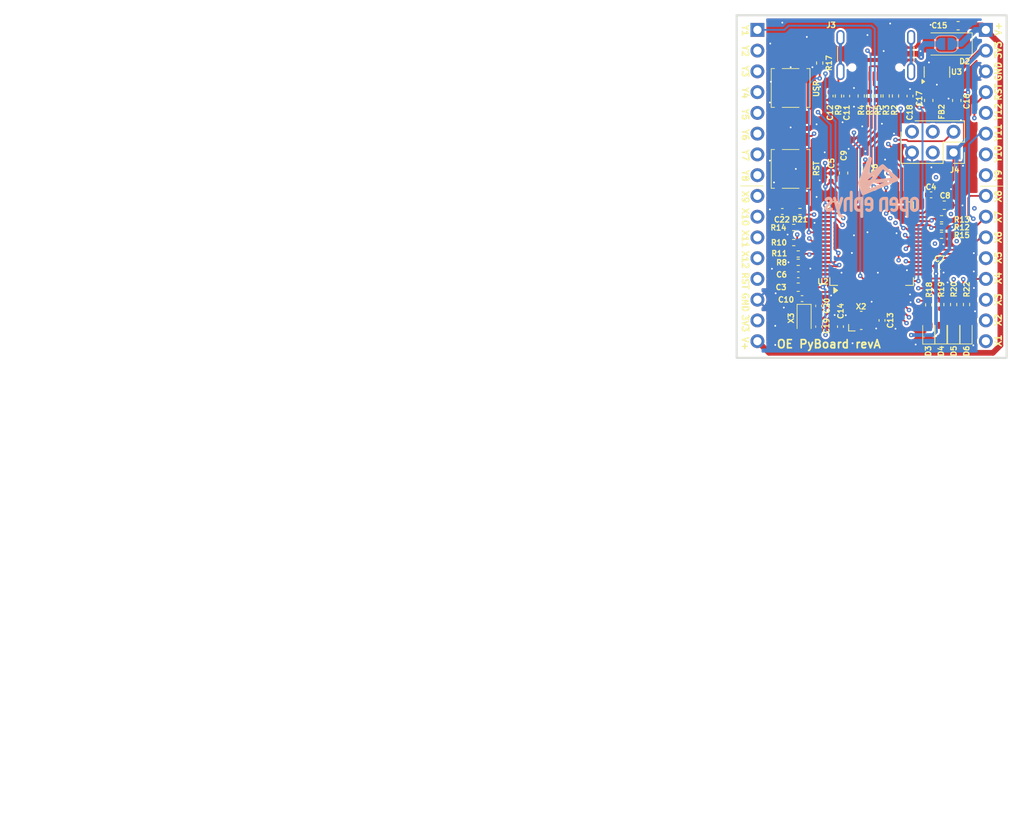
<source format=kicad_pcb>
(kicad_pcb (version 20241229) (generator "pcbnew") (generator_version "9.0")
  (layers (0 "F.Cu" signal) (4 "In1.Cu" signal) (6 "In2.Cu" signal) (2 "B.Cu" signal) (13 "F.Paste" user) (15 "B.Paste" user) (5 "F.SilkS" user "F.Silkscreen") (7 "B.SilkS" user "B.Silkscreen") (1 "F.Mask" user) (3 "B.Mask" user) (25 "Edge.Cuts" user))
  (net 0 "")
  (net 1 "/PB12-Y5")
  (net 2 "/PA9-VBUS")
  (net 3 "/PC13-X18")
  (net 4 "/PB14-Y7")
  (net 5 "Net-(U2-VCAP_1)")
  (net 6 "/PB1-Y12")
  (net 7 "/PB9-Y4")
  (net 8 "/PA7-X8")
  (net 9 "/PC3-X22")
  (net 10 "/PA0-X1")
  (net 11 "/N1")
  (net 12 "/PB13-Y6")
  (net 13 "/PB5-MMA_AVDD")
  (net 14 "/PB7-SDA-X10")
  (net 15 "/PC11-SDIO_D3")
  (net 16 "/PC9-SDIO_D1")
  (net 17 "/PB11-Y10")
  (net 18 "Net-(U2-VCAP_2)")
  (net 19 "/PA1-X2")
  (net 20 "/PA4-X5")
  (net 21 "/PA3-X4")
  (net 22 "/N4")
  (net 23 "/PC4-X11")
  (net 24 "/PC6-Y1")
  (net 25 "/PB15-Y8")
  (net 26 "/PA8-SDIO_SW")
  (net 27 "/PA5-X6")
  (net 28 "/PA2-X3")
  (net 29 "/PA10-ID")
  (net 30 "/PC1-X20")
  (net 31 "/N3")
  (net 32 "/PB0-Y11")
  (net 33 "/VDDA")
  (net 34 "/PC8-SDIO_D0")
  (net 35 "/PC2-X21")
  (net 36 "/PB6-SCL-X9")
  (net 37 "/PC12-SDIO_CK")
  (net 38 "/PC5-X12")
  (net 39 "/PA6-X7")
  (net 40 "/PC0-X19")
  (net 41 "/RST-SW")
  (net 42 "/PB8-Y3")
  (net 43 "/PC10-SDIO_D2")
  (net 44 "/PC7-Y2")
  (net 45 "/PB10-Y9")
  (net 46 "GND")
  (net 47 "V+")
  (net 48 "+3V3")
  (net 49 "/R")
  (net 50 "/G")
  (net 51 "/Y")
  (net 52 "VBUS")
  (net 53 "VBAT")
  (net 54 "/B")
  (net 55 "Net-(J3-SHIELD)")
  (net 56 "/USR-SW")
  (net 57 "/PB2-BOOT1-MMA-INT")
  (net 58 "/BOOT0")
  (net 60 "/CC1")
  (net 62 "/CC2")
  (net 63 "/D-")
  (net 64 "/D+")
  (net 65 "/PD2-SDIO_CMD")
  (net 66 "/N2")
  (net 67 "/PA14-JTCK")
  (net 68 "/PB6-JTDO")
  (net 69 "/PB4-NJTRST")
  (net 70 "/PA15-JTDI")
  (net 71 "/USB_P")
  (net 72 "/USB_N")
  (net 73 "/PA13-TMS")
  (net 74 "/PB3-SW1")
  (footprint "LED_SMD:LED_0603_1608Metric" (layer "F.Cu") (at 153.543 132.969 90)
    (property "Reference" "D6")
    (property "Value" "LED-BLUE")
  )
  (footprint "Capacitor_SMD:C_0402_1005Metric" (layer "F.Cu") (at 135.509 129.792 90)
    (property "Reference" "C20")
    (property "Value" "12pF")
  )
  (footprint "Resistor_SMD:R_0402_1005Metric" (layer "F.Cu") (at 132.458991 120.197838 180)
    (property "Reference" "R14")
    (property "Value" "100k")
  )
  (footprint "Capacitor_SMD:C_0402_1005Metric" (layer "F.Cu") (at 138.938 104.112 -90)
    (property "Reference" "C11")
    (property "Value" "4.7nF")
  )
  (footprint "Connector_USB:USB_C_Receptacle_GCT_USB4105-xx-A_16P_TopMnt_Horizontal" (layer "F.Cu") (at 142.494 98.006 180)
    (property "Reference" "J3")
    (property "Value" "USB4105-GF-A")
  )
  (footprint "Resistor_SMD:R_0402_1005Metric" (layer "F.Cu") (at 140.716 104.102 -90)
    (property "Reference" "R4")
    (property "Value" "5.1k")
  )
  (footprint "Crystal:Crystal_SMD_2012-2Pin_2.0x1.2mm_HandSoldering" (layer "F.Cu") (at 133.731 131.316 -90)
    (property "Reference" "X3")
    (property "Value" "32.768 kHz")
  )
  (footprint "Capacitor_SMD:C_0603_1608Metric" (layer "F.Cu") (at 138.557 113.536 90)
    (property "Reference" "C9")
    (property "Value" "2.2uF")
  )
  (footprint "Resistor_SMD:R_0402_1005Metric" (layer "F.Cu") (at 141.224 113.028 -90)
    (property "Reference" "R6")
    (property "Value" "100k")
  )
  (footprint "Resistor_SMD:R_0402_1005Metric" (layer "F.Cu") (at 150.535 120.14 180)
    (property "Reference" "R12")
    (property "Value" "4k7")
  )
  (footprint "Inductor_SMD:L_0402_1005Metric" (layer "F.Cu") (at 150.495 104.14 -90)
    (property "Reference" "FB2")
    (property "Value" "1k@100MHz")
  )
  (footprint "Resistor_SMD:R_0402_1005Metric" (layer "F.Cu") (at 150.535 121.156)
    (property "Reference" "R15")
    (property "Value" "100k")
  )
  (footprint "Resistor_SMD:R_0402_1005Metric" (layer "F.Cu") (at 150.4442 129.627 -90)
    (property "Reference" "R19")
    (property "Value" "560R")
  )
  (footprint "Resistor_SMD:R_0402_1005Metric" (layer "F.Cu") (at 152.019 129.627 -90)
    (property "Reference" "R20")
    (property "Value" "560R")
  )
  (footprint "Capacitor_SMD:C_0603_1608Metric" (layer "F.Cu") (at 152.5654 95.504 180)
    (property "Reference" "C15")
    (property "Value" "2.2uF")
  )
  (footprint "LED_SMD:LED_0603_1608Metric" (layer "F.Cu") (at 148.971 132.9798 90)
    (property "Reference" "D3")
    (property "Value" "LED-RED")
  )
  (footprint "Resistor_SMD:R_0402_1005Metric" (layer "F.Cu") (at 150.535 119.124 180)
    (property "Reference" "R13")
    (property "Value" "4k7")
  )
  (footprint "Connector_PinHeader_2.54mm:PinHeader_1x16_P2.54mm_Vertical" (layer "F.Cu") (at 128.016 96.012)
    (property "Reference" "J6" (hide yes))
    (property "Value" "Conn_01x08")
  )
  (footprint "Capacitor_SMD:C_0603_1608Metric" (layer "F.Cu") (at 150.876 117.473)
    (property "Reference" "C8")
    (property "Value" "2.2uF")
  )
  (footprint "Resistor_SMD:R_0402_1005Metric" (layer "F.Cu") (at 153.5938 129.627 -90)
    (property "Reference" "R22")
    (property "Value" "270R")
  )
  (footprint "Resistor_SMD:R_0402_1005Metric" (layer "F.Cu") (at 135.636 100.074 90)
    (property "Reference" "R17")
    (property "Value" "4k7")
  )
  (footprint "Resistor_SMD:R_0402_1005Metric" (layer "F.Cu") (at 141.732 104.102 90)
    (property "Reference" "R7")
    (property "Value" "27R")
  )
  (footprint "Capacitor_SMD:C_0402_1005Metric" (layer "F.Cu") (at 149.265 116.203)
    (property "Reference" "C4")
    (property "Value" "100nF")
  )
  (footprint "Diode_SMD:D_SOD-128" (layer "F.Cu") (at 151.13 97.7392 180)
    (property "Reference" "D2")
    (property "Value" "SM5817PL")
  )
  (footprint "Crystal:Crystal_SMD_Abracon_ABM10-4Pin_2.5x2.0mm" (layer "F.Cu") (at 140.716 131.57 90)
    (property "Reference" "X2")
    (property "Value" "12 MHz")
  )
  (footprint "Capacitor_SMD:C_0603_1608Metric" (layer "F.Cu") (at 152.4 104.648 -90)
    (property "Reference" "C16")
    (property "Value" "4.7uF")
  )
  (footprint "Connector_PinSocket_2.54mm:PinSocket_2x03_P2.54mm_Vertical" (layer "F.Cu") (at 152.004 111.018 -90)
    (property "Reference" "J4")
    (property "Value" "Conn_02x03_Odd_Even")
  )
  (footprint "Capacitor_SMD:C_0402_1005Metric" (layer "F.Cu") (at 138.176 132.332 -90)
    (property "Reference" "C14")
    (property "Value" "12pF")
  )
  (footprint "Resistor_SMD:R_0402_1005Metric" (layer "F.Cu") (at 133.009 123.442)
    (property "Reference" "R11")
    (property "Value" "4k7")
  )
  (footprint "LED_SMD:LED_0603_1608Metric" (layer "F.Cu") (at 150.4562 132.969 90)
    (property "Reference" "D4")
    (property "Value" "LED-GREEN")
  )
  (footprint "Capacitor_SMD:C_0402_1005Metric" (layer "F.Cu") (at 150.281 124.966)
    (property "Reference" "C7")
    (property "Value" "100nF")
  )
  (footprint "Button_Switch_SMD:SW_SPST_TL3305B" (layer "F.Cu") (at 132.08 113.028 -90)
    (property "Reference" "RST2" (hide yes))
    (property "Value" "SW_SPST")
  )
  (footprint "Capacitor_SMD:C_0402_1005Metric" (layer "F.Cu") (at 131.064 118.237 180)
    (property "Reference" "C22")
    (property "Value" "100nF")
  )
  (footprint "Capacitor_SMD:C_0603_1608Metric" (layer "F.Cu") (at 133.009 127.506 180)
    (property "Reference" "C3")
    (property "Value" "4.7uF")
  )
  (footprint "Capacitor_SMD:C_0402_1005Metric" (layer "F.Cu") (at 136.906 104.112 90)
    (property "Reference" "C12")
    (property "Value" "100nF")
  )
  (footprint "Resistor_SMD:R_0402_1005Metric" (layer "F.Cu") (at 133.223 118.237)
    (property "Reference" "R21")
    (property "Value" "4k7")
  )
  (footprint "Capacitor_SMD:C_0402_1005Metric" (layer "F.Cu") (at 143.256 131.57 -90)
    (property "Reference" "C13")
    (property "Value" "12pF")
  )
  (footprint "Package_QFP:LQFP-64_10x10mm_P0.5mm" (layer "F.Cu") (at 141.986 122.172 90)
    (property "Reference" "U2")
    (property "Value" "STM32F405RGT6")
  )
  (footprint "Resistor_SMD:R_0402_1005Metric" (layer "F.Cu") (at 133.009 124.458 180)
    (property "Reference" "R8")
    (property "Value" "10k")
  )
  (footprint "Resistor_SMD:R_0402_1005Metric" (layer "F.Cu") (at 137.922 104.112 90)
    (property "Reference" "R9")
    (property "Value" "1M")
  )
  (footprint "Capacitor_SMD:C_0603_1608Metric" (layer "F.Cu") (at 148.971 104.648 90)
    (property "Reference" "C17")
    (property "Value" "4.7uF")
  )
  (footprint "Resistor_SMD:R_0402_1005Metric" (layer "F.Cu") (at 143.764 104.102 -90)
    (property "Reference" "R3")
    (property "Value" "5.1k")
  )
  (footprint "Connector_PinHeader_2.54mm:PinHeader_1x16_P2.54mm_Vertical" (layer "F.Cu") (at 155.956 96.012)
    (property "Reference" "J7" (hide yes))
    (property "Value" "Conn_01x08")
  )
  (footprint "Resistor_SMD:R_0402_1005Metric" (layer "F.Cu") (at 132.461 122.045)
    (property "Reference" "R10")
    (property "Value" "4k7")
  )
  (footprint "Package_TO_SOT_SMD:SOT-23" (layer "F.Cu") (at 149.9768 101.1705 90)
    (property "Reference" "U3")
    (property "Value" "MCP1700T")
  )
  (footprint "LED_SMD:LED_0603_1608Metric" (layer "F.Cu") (at 152.019 132.969 90)
    (property "Reference" "D5")
    (property "Value" "LED-YELLOW")
  )
  (footprint "Button_Switch_SMD:SW_SPST_TL3305B" (layer "F.Cu") (at 132.08 103.122 -90)
    (property "Reference" "USR2" (hide yes))
    (property "Value" "SW_SPST")
  )
  (footprint "Resistor_SMD:R_0402_1005Metric" (layer "F.Cu") (at 144.907 104.102 90)
    (property "Reference" "R2")
    (property "Value" "560R")
  )
  (footprint "Capacitor_SMD:C_0402_1005Metric" (layer "F.Cu") (at 133.009 125.982 180)
    (property "Reference" "C6")
    (property "Value" "100nF")
  )
  (footprint "Capacitor_SMD:C_0402_1005Metric" (layer "F.Cu") (at 146.679178 104.113471 90)
    (property "Reference" "C18")
    (property "Value" "100nF")
  )
  (footprint "Resistor_SMD:R_0402_1005Metric" (layer "F.Cu") (at 148.971 129.669 -90)
    (property "Reference" "R18")
    (property "Value" "560R")
  )
  (footprint "Capacitor_SMD:C_0402_1005Metric" (layer "F.Cu") (at 133.477 128.903 180)
    (property "Reference" "C10")
    (property "Value" "100nF")
  )
  (footprint "Capacitor_SMD:C_0402_1005Metric" (layer "F.Cu") (at 135.509 132.332 -90)
    (property "Reference" "C19")
    (property "Value" "12pF")
  )
  (footprint "Resistor_SMD:R_0402_1005Metric" (layer "F.Cu") (at 142.748 104.102 90)
    (property "Reference" "R5")
    (property "Value" "27R")
  )
  (footprint "Capacitor_SMD:C_0402_1005Metric" (layer "F.Cu") (at 137.033 114.044 90)
    (property "Reference" "C5")
    (property "Value" "100nF")
  )
  (footprint "Jumper:SolderJumper-2_P1.3mm_Open_RoundedPad1.0x1.5mm" (layer "B.Cu") (at 151.13 97.7392)
    (property "Reference" "JP2" (hide yes))
    (property "Value" "0R" (hide yes))
  )
  (footprint "OE PyBoard FootprintLib:OEPS Logo" (layer "B.Cu") (at 141.986 115.2652 180)
    (property "Reference" "REF**" (hide yes))
    (property "Value" "OEPS Logo" (hide yes))
  )
  (gr_line (start 155.2956 115.1382) (end 158.0388 115.1382) (stroke (width 0.1)) (layer "F.SilkS"))
  (gr_line (start 125.984 115.112) (end 128.7272 115.112) (stroke (width 0.1)) (layer "F.SilkS"))
  (gr_rect (start 125.476 94.232) (end 158.496 136.142) (stroke (width 0.23)) (fill no) (layer "Edge.Cuts"))
  (gr_text "GND" (at 157.9372 102.3874 90) (layer "F.SilkS") (effects (font (size 0.762 0.762) (thickness 0.1778) (bold yes)) (justify left bottom)))
  (gr_text "Y3" (at 126.0856 100.2784 270) (layer "F.SilkS") (effects (font (size 0.762 0.762) (thickness 0.1778) (bold yes)) (justify left bottom)))
  (gr_text "X1" (at 157.9372 134.8994 90) (layer "F.SilkS") (effects (font (size 0.762 0.762) (thickness 0.1778) (bold yes)) (justify left bottom)))
  (gr_text "X8" (at 157.9372 117.234885 90) (layer "F.SilkS") (effects (font (size 0.762 0.762) (thickness 0.1778) (bold yes)) (justify left bottom)))
  (gr_text "Y10" (at 157.9372 112.3442 90) (layer "F.SilkS") (effects (font (size 0.762 0.762) (thickness 0.1778) (bold yes)) (justify left bottom)))
  (gr_text "Y2" (at 126.0856 97.7892 270) (layer "F.SilkS") (effects (font (size 0.762 0.762) (thickness 0.1778) (bold yes)) (justify left bottom)))
  (gr_text "X11" (at 126.0856 120.3952 270) (layer "F.SilkS") (effects (font (size 0.762 0.762) (thickness 0.1778) (bold yes)) (justify left bottom)))
  (gr_text "Y11" (at 157.9372 109.7534 90) (layer "F.SilkS") (effects (font (size 0.762 0.762) (thickness 0.1778) (bold yes)) (justify left bottom)))
  (gr_text "Y8" (at 126.0856 113.054826 270) (layer "F.SilkS") (effects (font (size 0.762 0.762) (thickness 0.1778) (bold yes)) (justify left bottom)))
  (gr_text "3V3" (at 126.0856 130.7584 270) (layer "F.SilkS") (effects (font (size 0.762 0.762) (thickness 0.1778) (bold yes)) (justify left bottom)))
  (gr_text "RST" (at 135.61114 113.97714 90) (layer "F.SilkS") (effects (font (size 0.66 0.66)) (justify left bottom)))
  (gr_text "X3" (at 157.9372 129.8702 90) (layer "F.SilkS") (effects (font (size 0.762 0.762) (thickness 0.1778) (bold yes)) (justify left bottom)))
  (gr_text "V+" (at 126.0856 133.5016 270) (layer "F.SilkS") (effects (font (size 0.762 0.762) (thickness 0.1778) (bold yes)) (justify left bottom)))
  (gr_text "Y4" (at 126.0856 102.92 270) (layer "F.SilkS") (effects (font (size 0.762 0.762) (thickness 0.1778) (bold yes)) (justify left bottom)))
  (gr_text "Y7" (at 126.0856 110.554708 270) (layer "F.SilkS") (effects (font (size 0.762 0.762) (thickness 0.1778) (bold yes)) (justify left bottom)))
  (gr_text "Y6" (at 126.0856 108.05459 270) (layer "F.SilkS") (effects (font (size 0.762 0.762) (thickness 0.1778) (bold yes)) (justify left bottom)))
  (gr_text "X7" (at 157.9372 119.736616 90) (layer "F.SilkS") (effects (font (size 0.762 0.762) (thickness 0.1778) (bold yes)) (justify left bottom)))
  (gr_text "X6" (at 157.9372 122.238347 90) (layer "F.SilkS") (effects (font (size 0.762 0.762) (thickness 0.1778) (bold yes)) (justify left bottom)))
  (gr_text "OE PyBoard revA" (at 136.7536 134.4676 0) (layer "F.SilkS") (effects (font (size 1 1) (thickness 0.2032) (bold yes))))
  (gr_text "Y9" (at 157.9372 114.6302 90) (layer "F.SilkS") (effects (font (size 0.762 0.762) (thickness 0.1778) (bold yes)) (justify left bottom)))
  (gr_text "Y1" (at 126.0856 95.3 270) (layer "F.SilkS") (effects (font (size 0.762 0.762) (thickness 0.1778) (bold yes)) (justify left bottom)))
  (gr_text "USR" (at 135.60909 104.306307 90) (layer "F.SilkS") (effects (font (size 0.66 0.66)) (justify left bottom)))
  (gr_text "RST" (at 157.9372 104.775 90) (layer "F.SilkS") (effects (font (size 0.762 0.762) (thickness 0.1778) (bold yes)) (justify left bottom)))
  (gr_text "X4" (at 157.9372 127.241808 90) (layer "F.SilkS") (effects (font (size 0.762 0.762) (thickness 0.1778) (bold yes)) (justify left bottom)))
  (gr_text "X2" (at 157.9372 132.3594 90) (layer "F.SilkS") (effects (font (size 0.762 0.762) (thickness 0.1778) (bold yes)) (justify left bottom)))
  (gr_text "X10" (at 126.0856 117.7028 270) (layer "F.SilkS") (effects (font (size 0.762 0.762) (thickness 0.1778) (bold yes)) (justify left bottom)))
  (gr_text "X5" (at 157.9372 124.740077 90) (layer "F.SilkS") (effects (font (size 0.762 0.762) (thickness 0.1778) (bold yes)) (justify left bottom)))
  (gr_text "V+" (at 157.9372 96.7994 90) (layer "F.SilkS") (effects (font (size 0.762 0.762) (thickness 0.1778) (bold yes)) (justify left bottom)))
  (gr_text "Y5" (at 126.0856 105.554472 270) (layer "F.SilkS") (effects (font (size 0.762 0.762) (thickness 0.1778) (bold yes)) (justify left bottom)))
  (gr_text "X9" (at 126.0856 115.62 270) (layer "F.SilkS") (effects (font (size 0.762 0.762) (thickness 0.1778) (bold yes)) (justify left bottom)))
  (gr_text "GND" (at 126.0856 128.066 270) (layer "F.SilkS") (effects (font (size 0.762 0.762) (thickness 0.1778) (bold yes)) (justify left bottom)))
  (gr_text "X12" (at 126.0856 122.9352 270) (layer "F.SilkS") (effects (font (size 0.762 0.762) (thickness 0.1778) (bold yes)) (justify left bottom)))
  (gr_text "3V3" (at 157.9372 99.6442 90) (layer "F.SilkS") (effects (font (size 0.762 0.762) (thickness 0.1778) (bold yes)) (justify left bottom)))
  (gr_text "RST" (at 126.0856 125.5768 270) (layer "F.SilkS") (effects (font (size 0.762 0.762) (thickness 0.1778) (bold yes)) (justify left bottom)))
  (gr_text "Y12" (at 157.9372 107.2134 90) (layer "F.SilkS") (effects (font (size 0.762 0.762) (thickness 0.1778) (bold yes)) (justify left bottom)))
  (segment (start 145.736 112.97) (end 145.736 116.497) (width 0.22) (layer "F.Cu") (net 1))
  (segment (start 144.399 111.633) (end 145.736 112.97) (width 0.22) (layer "F.Cu") (net 1))
  (segment (start 144.018 109.98) (end 144.399 110.361) (width 0.22) (layer "F.Cu") (net 1))
  (segment (start 144.399 110.361) (end 144.399 111.633) (width 0.22) (layer "F.Cu") (net 1))
  (via (at 144.018 109.98) (size 0.55) (drill 0.22) (layers "F.Cu" "B.Cu") (net 1))
  (segment (start 141.236 114.794) (end 141.236 116.497) (width 0.22) (layer "F.Cu") (net 2))
  (segment (start 144.526 107.823) (end 141.986 110.363) (width 0.22) (layer "F.Cu") (net 2))
  (segment (start 141.986 114.044) (end 141.236 114.794) (width 0.22) (layer "F.Cu") (net 2))
  (segment (start 141.986 110.363) (end 141.986 114.044) (width 0.22) (layer "F.Cu") (net 2))
  (segment (start 144.907 104.65) (end 144.526 105.031) (width 0.22) (layer "F.Cu") (net 2))
  (segment (start 144.526 105.031) (end 144.526 107.823) (width 0.22) (layer "F.Cu") (net 2))
  (segment (start 144.736 114.889) (end 144.736 116.497) (width 0.22) (layer "F.Cu") (net 4))
  (segment (start 144.399 114.552) (end 144.736 114.889) (width 0.22) (layer "F.Cu") (net 4))
  (segment (start 144.018 114.552) (end 144.399 114.552) (width 0.22) (layer "F.Cu") (net 4))
  (via (at 144.018 114.552) (size 0.55) (drill 0.22) (layers "F.Cu" "B.Cu") (net 4))
  (segment (start 148.792 118.922) (end 147.661 118.922) (width 0.22) (layer "F.Cu") (net 5))
  (segment (start 150.101 117.613) (end 148.792 118.922) (width 0.22) (layer "F.Cu") (net 5))
  (segment (start 146.806 120.922) (end 146.151 120.267) (width 0.22) (layer "F.Cu") (net 6))
  (segment (start 146.151 120.267) (end 145.871 120.267) (width 0.22) (layer "F.Cu") (net 6))
  (segment (start 147.661 120.922) (end 146.806 120.922) (width 0.22) (layer "F.Cu") (net 6))
  (via (at 145.542 105.664) (size 0.55) (drill 0.22) (layers "F.Cu" "B.Cu") (net 6))
  (via (at 145.871 120.267) (size 0.55) (drill 0.22) (layers "F.Cu" "B.Cu") (net 6))
  (segment (start 145.542 105.664) (end 145.542 119.938) (width 0.22) (layer "B.Cu") (net 6))
  (segment (start 145.542 119.938) (end 145.871 120.267) (width 0.22) (layer "B.Cu") (net 6))
  (segment (start 137.858415 124.95321) (end 137.65521 124.95321) (width 0.22) (layer "F.Cu") (net 7))
  (segment (start 137.65521 124.95321) (end 137.624 124.922) (width 0.22) (layer "F.Cu") (net 7))
  (segment (start 137.624 124.922) (end 136.311 124.922) (width 0.22) (layer "F.Cu") (net 7))
  (segment (start 138.0236 124.788025) (end 137.858415 124.95321) (width 0.22) (layer "F.Cu") (net 7))
  (via (at 135.424 106.085) (size 0.55) (drill 0.22) (layers "F.Cu" "B.Cu") (net 7))
  (via (at 138.0236 124.788025) (size 0.55) (drill 0.22) (layers "F.Cu" "B.Cu") (net 7))
  (segment (start 137.490025 124.788025) (end 136.993 124.291) (width 0.22) (layer "B.Cu") (net 7))
  (segment (start 138.0236 124.788025) (end 137.490025 124.788025) (width 0.22) (layer "B.Cu") (net 7))
  (segment (start 136.993 107.654) (end 135.424 106.085) (width 0.22) (layer "B.Cu") (net 7))
  (segment (start 136.993 124.291) (end 136.993 107.654) (width 0.22) (layer "B.Cu") (net 7))
  (segment (start 154.053 116.33) (end 155.956 116.33) (width 0.21) (layer "F.Cu") (net 8))
  (segment (start 153.797 121.283) (end 153.797 116.586) (width 0.21) (layer "F.Cu") (net 8))
  (segment (start 147.661 122.922) (end 152.158 122.922) (width 0.22) (layer "F.Cu") (net 8))
  (segment (start 153.797 116.586) (end 154.053 116.33) (width 0.21) (layer "F.Cu") (net 8))
  (segment (start 152.158 122.922) (end 153.797 121.283) (width 0.21) (layer "F.Cu") (net 8))
  (segment (start 144.736 130.383) (end 144.736 127.847) (width 0.22) (layer "F.Cu") (net 10))
  (segment (start 146.255481 131.902481) (end 144.736 130.383) (width 0.22) (layer "F.Cu") (net 10))
  (via (at 146.255481 131.902481) (size 0.55) (drill 0.22) (layers "F.Cu" "B.Cu") (net 10))
  (segment (start 136.299 130.272) (end 137.414 129.157) (width 0.22) (layer "F.Cu") (net 11))
  (segment (start 135.509 130.272) (end 136.299 130.272) (width 0.22) (layer "F.Cu") (net 11))
  (segment (start 137.414 129.157) (end 138.938 129.157) (width 0.22) (layer "F.Cu") (net 11))
  (segment (start 139.236 128.859) (end 139.236 127.847) (width 0.22) (layer "F.Cu") (net 11))
  (segment (start 138.938 129.157) (end 139.236 128.859) (width 0.22) (layer "F.Cu") (net 11))
  (segment (start 134.104 130.272) (end 135.509 130.272) (width 0.22) (layer "F.Cu") (net 11))
  (segment (start 144.018 113.536) (end 145.236 114.754) (width 0.22) (layer "F.Cu") (net 12))
  (segment (start 145.236 114.754) (end 145.236 116.497) (width 0.22) (layer "F.Cu") (net 12))
  (via (at 144.018 113.536) (size 0.55) (drill 0.22) (layers "F.Cu" "B.Cu") (net 12))
  (segment (start 134.235 122.422) (end 136.311 122.422) (width 0.22) (layer "F.Cu") (net 13))
  (segment (start 132.968991 120.197838) (end 133.731 120.959847) (width 0.22) (layer "F.Cu") (net 13))
  (segment (start 133.731 121.918) (end 134.235 122.422) (width 0.22) (layer "F.Cu") (net 13))
  (segment (start 133.731 120.959847) (end 133.731 121.918) (width 0.22) (layer "F.Cu") (net 13))
  (segment (start 136.311 123.422) (end 133.539 123.422) (width 0.22) (layer "F.Cu") (net 14))
  (via (at 134.366 123.507) (size 0.55) (drill 0.22) (layers "F.Cu" "B.Cu") (net 14))
  (segment (start 150.025 119.124) (end 149.512454 119.124) (width 0.22) (layer "F.Cu") (net 17))
  (segment (start 149.214454 119.422) (end 147.661 119.422) (width 0.22) (layer "F.Cu") (net 17))
  (segment (start 149.512454 119.124) (end 149.214454 119.422) (width 0.22) (layer "F.Cu") (net 17))
  (via (at 154.559 117.856) (size 0.55) (drill 0.22) (layers "F.Cu" "B.Cu") (net 17))
  (via (at 149.315961 119.320493) (size 0.55) (drill 0.22) (layers "F.Cu" "B.Cu") (net 17))
  (segment (start 138.736 116.497) (end 138.736 114.49) (width 0.22) (layer "F.Cu") (net 18))
  (segment (start 145.236 129.867) (end 145.236 127.847) (width 0.22) (layer "F.Cu") (net 19))
  (segment (start 146.558 131.189) (end 145.236 129.867) (width 0.22) (layer "F.Cu") (net 19))
  (via (at 146.558 131.189) (size 0.55) (drill 0.22) (layers "F.Cu" "B.Cu") (net 19))
  (segment (start 146.268 124.422) (end 146.177 124.331) (width 0.22) (layer "F.Cu") (net 20))
  (segment (start 147.661 124.422) (end 146.268 124.422) (width 0.22) (layer "F.Cu") (net 20))
  (via (at 146.177 124.331) (size 0.55) (drill 0.22) (layers "F.Cu" "B.Cu") (net 20))
  (segment (start 149.301 126.441) (end 150.884 126.441) (width 0.22) (layer "F.Cu") (net 21))
  (segment (start 151.45 125.875) (end 153.8 125.875) (width 0.22) (layer "F.Cu") (net 21))
  (segment (start 154.433 126.492) (end 155.956 126.492) (width 0.22) (layer "F.Cu") (net 21))
  (segment (start 153.8 125.875) (end 154.425 126.5) (width 0.22) (layer "F.Cu") (net 21))
  (segment (start 154.425 126.5) (end 154.433 126.492) (width 0.22) (layer "F.Cu") (net 21))
  (segment (start 150.884 126.441) (end 151.45 125.875) (width 0.22) (layer "F.Cu") (net 21))
  (segment (start 147.661 125.922) (end 148.782 125.922) (width 0.22) (layer "F.Cu") (net 21))
  (segment (start 148.782 125.922) (end 149.301 126.441) (width 0.22) (layer "F.Cu") (net 21))
  (segment (start 140.736 129.812) (end 140.97 130.046) (width 0.22) (layer "F.Cu") (net 22))
  (segment (start 143.002 130.046) (end 143.256 130.3) (width 0.22) (layer "F.Cu") (net 22))
  (segment (start 143.256 130.3) (end 143.256 131.09) (width 0.22) (layer "F.Cu") (net 22))
  (segment (start 140.97 130.046) (end 143.002 130.046) (width 0.22) (layer "F.Cu") (net 22))
  (segment (start 140.736 127.847) (end 140.736 129.812) (width 0.22) (layer "F.Cu") (net 22))
  (segment (start 143.256 131.09) (end 141.686 131.09) (width 0.22) (layer "F.Cu") (net 22))
  (segment (start 146.177 122.807) (end 146.562 122.422) (width 0.22) (layer "F.Cu") (net 23))
  (segment (start 146.562 122.422) (end 147.661 122.422) (width 0.22) (layer "F.Cu") (net 23))
  (via (at 146.177 122.807) (size 0.55) (drill 0.22) (layers "F.Cu" "B.Cu") (net 23))
  (segment (start 143.736 116.497) (end 143.736 115.342) (width 0.22) (layer "F.Cu") (net 24))
  (segment (start 143.736 115.342) (end 143.764 115.314) (width 0.22) (layer "F.Cu") (net 24))
  (via (at 143.764 115.314) (size 0.55) (drill 0.22) (layers "F.Cu" "B.Cu") (net 24))
  (segment (start 142.367 113.917) (end 142.367 95.885) (width 0.22) (layer "B.Cu") (net 24))
  (segment (start 131.824 95.504) (end 131.318 96.01) (width 0.22) (layer "B.Cu") (net 24))
  (segment (start 141.986 95.504) (end 131.824 95.504) (width 0.22) (layer "B.Cu") (net 24))
  (segment (start 142.367 95.885) (end 141.986 95.504) (width 0.22) (layer "B.Cu") (net 24))
  (segment (start 143.764 115.314) (end 142.367 113.917) (width 0.22) (layer "B.Cu") (net 24))
  (segment (start 131.318 96.01) (end 128.016 96.01) (width 0.22) (layer "B.Cu") (net 24))
  (segment (start 144.236 118.017) (end 144.236 116.497) (width 0.22) (layer "F.Cu") (net 25))
  (segment (start 143.764 118.489) (end 144.236 118.017) (width 0.22) (layer "F.Cu") (net 25))
  (via (at 143.764 118.489) (size 0.55) (drill 0.22) (layers "F.Cu" "B.Cu") (net 25))
  (segment (start 152.811 123.922) (end 155.323 121.41) (width 0.22) (layer "F.Cu") (net 27))
  (segment (start 147.661 123.922) (end 152.811 123.922) (width 0.22) (layer "F.Cu") (net 27))
  (segment (start 146.558 130.3) (end 145.736 129.478) (width 0.22) (layer "F.Cu") (net 28))
  (segment (start 145.736 129.478) (end 145.736 127.847) (width 0.22) (layer "F.Cu") (net 28))
  (via (at 146.558 130.3) (size 0.55) (drill 0.22) (layers "F.Cu" "B.Cu") (net 28))
  (segment (start 140.775 114.493) (end 141.224 114.044) (width 0.22) (layer "F.Cu") (net 29))
  (segment (start 141.224 114.044) (end 141.224 113.538) (width 0.22) (layer "F.Cu") (net 29))
  (segment (start 140.775 116.398) (end 140.775 114.493) (width 0.22) (layer "F.Cu") (net 29))
  (segment (start 140.081 130.046) (end 140.236 129.891) (width 0.22) (layer "F.Cu") (net 31))
  (segment (start 138.557 130.046) (end 140.081 130.046) (width 0.22) (layer "F.Cu") (net 31))
  (segment (start 140.236 129.891) (end 140.236 127.847) (width 0.22) (layer "F.Cu") (net 31))
  (segment (start 138.176 130.427) (end 138.557 130.046) (width 0.22) (layer "F.Cu") (net 31))
  (segment (start 139.640546 131.944546) (end 138.268546 131.944546) (width 0.22) (layer "F.Cu") (net 31))
  (segment (start 138.176 131.852) (end 138.176 130.427) (width 0.22) (layer "F.Cu") (net 31))
  (segment (start 146.3795 121.422) (end 147.661 121.422) (width 0.22) (layer "F.Cu") (net 32))
  (segment (start 146.08175 121.12425) (end 146.3795 121.422) (width 0.22) (layer "F.Cu") (net 32))
  (via (at 154.432 119.126) (size 0.55) (drill 0.22) (layers "F.Cu" "B.Cu") (net 32))
  (via (at 146.08175 121.12425) (size 0.55) (drill 0.22) (layers "F.Cu" "B.Cu") (net 32))
  (segment (start 153.902531 110.003469) (end 155.196 108.71) (width 0.23) (layer "B.Cu") (net 32))
  (segment (start 153.902531 118.596531) (end 153.902531 110.003469) (width 0.23) (layer "B.Cu") (net 32))
  (segment (start 155.196 108.71) (end 155.956 108.71) (width 0.23) (layer "B.Cu") (net 32))
  (segment (start 154.432 119.126) (end 153.902531 118.596531) (width 0.23) (layer "B.Cu") (net 32))
  (segment (start 144.236 127.016964) (end 144.506964 126.746) (width 0.23) (layer "F.Cu") (net 33))
  (segment (start 149.352 105.042) (end 150.078 105.042) (width 0.26) (layer "F.Cu") (net 33))
  (segment (start 144.506964 126.746) (end 147.701 126.746) (width 0.23) (layer "F.Cu") (net 33))
  (segment (start 150.078 105.042) (end 150.495 104.625) (width 0.26) (layer "F.Cu") (net 33))
  (segment (start 146.679178 104.593471) (end 147.594707 105.509) (width 0.23) (layer "F.Cu") (net 33))
  (segment (start 147.594707 105.509) (end 148.885 105.509) (width 0.23) (layer "F.Cu") (net 33))
  (segment (start 148.971 105.423) (end 149.352 105.042) (width 0.26) (layer "F.Cu") (net 33))
  (segment (start 144.236 127.847) (end 144.236 127.016964) (width 0.23) (layer "F.Cu") (net 33))
  (via (at 147.828 105.509) (size 0.55) (drill 0.22) (layers "F.Cu" "B.Cu") (net 33))
  (via (at 147.701 126.746) (size 0.55) (drill 0.22) (layers "F.Cu" "B.Cu") (net 33))
  (segment (start 148.209 105.89) (end 148.209 119.591653) (width 0.23) (layer "B.Cu") (net 33))
  (segment (start 147.828 105.509) (end 148.209 105.89) (width 0.23) (layer "B.Cu") (net 33))
  (segment (start 148.209 119.591653) (end 147.701 120.099653) (width 0.23) (layer "B.Cu") (net 33))
  (segment (start 147.701 120.099653) (end 147.701 126.746) (width 0.23) (layer "B.Cu") (net 33))
  (segment (start 132.885431 121.949461) (end 132.975985 122.040015) (width 0.22) (layer "F.Cu") (net 36))
  (segment (start 133.076482 122.045) (end 133.953482 122.922) (width 0.22) (layer "F.Cu") (net 36))
  (segment (start 133.953482 122.922) (end 136.311 122.922) (width 0.22) (layer "F.Cu") (net 36))
  (segment (start 132.885431 121.061573) (end 132.885431 121.949461) (width 0.22) (layer "F.Cu") (net 36))
  (via (at 132.885431 121.061573) (size 0.55) (drill 0.22) (layers "F.Cu" "B.Cu") (net 36))
  (segment (start 145.288 122.390626) (end 145.756626 121.922) (width 0.22) (layer "F.Cu") (net 38))
  (segment (start 145.288 124.206) (end 145.288 122.390626) (width 0.22) (layer "F.Cu") (net 38))
  (segment (start 145.756626 121.922) (end 147.661 121.922) (width 0.22) (layer "F.Cu") (net 38))
  (via (at 145.288 124.206) (size 0.55) (drill 0.22) (layers "F.Cu" "B.Cu") (net 38))
  (segment (start 155.448 119.38) (end 155.956 119.38) (width 0.22) (layer "F.Cu") (net 39))
  (segment (start 154.305 120.523) (end 155.448 119.38) (width 0.22) (layer "F.Cu") (net 39))
  (segment (start 147.661 123.422) (end 152.549 123.422) (width 0.22) (layer "F.Cu") (net 39))
  (segment (start 154.305 121.666) (end 154.305 120.523) (width 0.22) (layer "F.Cu") (net 39))
  (segment (start 152.549 123.422) (end 154.305 121.666) (width 0.22) (layer "F.Cu") (net 39))
  (segment (start 132.713 117.495) (end 132.713 118.237) (width 0.23) (layer "F.Cu") (net 41))
  (segment (start 132.713 117.495) (end 133.58 116.628) (width 0.23) (layer "F.Cu") (net 41))
  (segment (start 141.236001 126.758001) (end 141.236001 127.846999) (width 0.22) (layer "F.Cu") (net 41))
  (segment (start 134.945832 108.712) (end 134.655832 109.002) (width 0.22) (layer "F.Cu") (net 41))
  (segment (start 132.713 118.237) (end 131.544 118.237) (width 0.23) (layer "F.Cu") (net 41))
  (segment (start 133.58 109.428) (end 133.58 116.628) (width 0.23) (layer "F.Cu") (net 41))
  (segment (start 154.555563 105.239437) (end 155.956 103.839) (width 0.23) (layer "F.Cu") (net 41))
  (segment (start 154.555563 106.807) (end 154.555563 105.239437) (width 0.23) (layer "F.Cu") (net 41))
  (segment (start 140.589 126.111) (end 141.236001 126.758001) (width 0.22) (layer "F.Cu") (net 41))
  (segment (start 134.655832 109.002) (end 134.006 109.002) (width 0.22) (layer "F.Cu") (net 41))
  (via (at 154.555563 106.807) (size 0.55) (drill 0.22) (layers "F.Cu" "B.Cu") (net 41))
  (via (at 139.827 108.585) (size 0.55) (drill 0.22) (layers "F.Cu" "B.Cu") (net 41))
  (via (at 140.589 126.111) (size 0.55) (drill 0.22) (layers "F.Cu" "B.Cu") (net 41))
  (via (at 134.945832 108.712) (size 0.55) (drill 0.22) (layers "F.Cu" "B.Cu") (net 41))
  (segment (start 140.589 110.538) (end 140.589 126.111) (width 0.22) (layer "B.Cu") (net 41))
  (segment (start 139.827 109.776) (end 140.589 110.538) (width 0.22) (layer "B.Cu") (net 41))
  (segment (start 139.827 108.585) (end 139.827 109.776) (width 0.22) (layer "B.Cu") (net 41))
  (segment (start 137.414 124.458) (end 136.347 124.458) (width 0.22) (layer "F.Cu") (net 42))
  (segment (start 137.922 123.95) (end 137.414 124.458) (width 0.22) (layer "F.Cu") (net 42))
  (segment (start 137.922 123.317) (end 137.922 123.95) (width 0.22) (layer "F.Cu") (net 42))
  (via (at 136.339022 101.364106) (size 0.55) (drill 0.22) (layers "F.Cu" "B.Cu") (net 42))
  (via (at 137.922 123.317) (size 0.55) (drill 0.22) (layers "F.Cu" "B.Cu") (net 42))
  (segment (start 137.569063 107.228871) (end 137.569063 122.964063) (width 0.22) (layer "B.Cu") (net 42))
  (segment (start 136.339022 105.99883) (end 137.569063 107.228871) (width 0.22) (layer "B.Cu") (net 42))
  (segment (start 137.569063 122.964063) (end 137.922 123.317) (width 0.22) (layer "B.Cu") (net 42))
  (segment (start 136.339022 101.364106) (end 136.339022 105.99883) (width 0.22) (layer "B.Cu") (net 42))
  (segment (start 143.236 115.674036) (end 143.236 116.497) (width 0.22) (layer "F.Cu") (net 44))
  (segment (start 142.24 115.187) (end 142.748964 115.187) (width 0.22) (layer "F.Cu") (net 44))
  (segment (start 142.748964 115.187) (end 143.236 115.674036) (width 0.22) (layer "F.Cu") (net 44))
  (via (at 141.478 98.552) (size 0.55) (drill 0.22) (layers "F.Cu" "B.Cu") (net 44))
  (via (at 142.24 115.187) (size 0.55) (drill 0.22) (layers "F.Cu" "B.Cu") (net 44))
  (segment (start 141.859 114.806) (end 142.24 115.187) (width 0.22) (layer "B.Cu") (net 44))
  (segment (start 141.478 98.552) (end 141.859 98.933) (width 0.22) (layer "B.Cu") (net 44))
  (segment (start 141.859 98.933) (end 141.859 114.806) (width 0.22) (layer "B.Cu") (net 44))
  (segment (start 149.273885 120.228716) (end 149.273885 120.072617) (width 0.22) (layer "F.Cu") (net 45))
  (segment (start 149.273885 120.228716) (end 149.362601 120.14) (width 0.22) (layer "F.Cu") (net 45))
  (segment (start 149.362601 120.14) (end 150.025 120.14) (width 0.22) (layer "F.Cu") (net 45))
  (segment (start 149.123268 119.922) (end 147.661 119.922) (width 0.22) (layer "F.Cu") (net 45))
  (segment (start 149.273885 120.072617) (end 149.123268 119.922) (width 0.22) (layer "F.Cu") (net 45))
  (via (at 149.273885 120.228716) (size 0.55) (drill 0.22) (layers "F.Cu" "B.Cu") (net 45))
  (via (at 149.86 114.046) (size 0.55) (drill 0.22) (layers "F.Cu" "B.Cu") (net 45))
  (segment (start 132.997 129.312) (end 132.997 128.903) (width 0.22) (layer "F.Cu") (net 46))
  (segment (start 136.0932 132.6388) (end 136.144 132.6388) (width 0.23) (layer "F.Cu") (net 46))
  (segment (start 146.924 112.38) (end 146.939 112.395) (width 0.26) (layer "F.Cu") (net 46))
  (segment (start 137.033 113.564) (end 137.033 113.028) (width 0.22) (layer "F.Cu") (net 46))
  (segment (start 132.588 124.458) (end 131.815548 124.458) (width 0.22) (layer "F.Cu") (net 46))
  (segment (start 135.297 129.524) (end 133.209 129.524) (width 0.22) (layer "F.Cu") (net 46))
  (segment (start 134.693 125.422) (end 136.311 125.422) (width 0.22) (layer "F.Cu") (net 46))
  (segment (start 135.92 132.812) (end 135.9408 132.7912) (width 0.23) (layer "F.Cu") (net 46))
  (segment (start 146.306534 125.422) (end 146.304 125.424534) (width 0.26) (layer "F.Cu") (net 46))
  (segment (start 147.661 125.422) (end 146.306534 125.422) (width 0.26) (layer "F.Cu") (net 46))
  (segment (start 133.209 129.524) (end 132.997 129.312) (width 0.22) (layer "F.Cu") (net 46))
  (segment (start 136.311 125.422) (end 137.995 125.422) (width 0.22) (layer "F.Cu") (net 46))
  (segment (start 137.3 112.761) (end 138.557 112.761) (width 0.22) (layer "F.Cu") (net 46))
  (segment (start 135.509 129.312) (end 135.297 129.524) (width 0.22) (layer "F.Cu") (net 46))
  (segment (start 135.509 132.812) (end 135.92 132.812) (width 0.23) (layer "F.Cu") (net 46))
  (segment (start 137.995 125.422) (end 138.303 125.73) (width 0.22) (layer "F.Cu") (net 46))
  (segment (start 134.493 125.222) (end 134.693 125.422) (width 0.22) (layer "F.Cu") (net 46))
  (segment (start 139.839797 130.94066) (end 138.823797 130.94066) (width 0.22) (layer "F.Cu") (net 46))
  (segment (start 137.033 113.028) (end 137.3 112.761) (width 0.22) (layer "F.Cu") (net 46))
  (segment (start 141.686 132.05) (end 143.256 132.05) (width 0.21) (layer "F.Cu") (net 46))
  (segment (start 135.9408 132.7912) (end 136.0932 132.6388) (width 0.23) (layer "F.Cu") (net 46))
  (segment (start 141.541 132.195) (end 141.541 132.905) (width 0.22) (layer "F.Cu") (net 46))
  (segment (start 146.924 111.018) (end 146.924 112.38) (width 0.26) (layer "F.Cu") (net 46))
  (via (at 131.70651 121.062966) (size 0.55) (drill 0.22) (layers "F.Cu" "B.Cu") (net 46))
  (via (at 141.478 96.647) (size 0.55) (drill 0.22) (layers "F.Cu" "B.Cu") (net 46))
  (via (at 143.1544 105.7148) (size 0.55) (drill 0.22) (layers "F.Cu" "B.Cu") (net 46))
  (via (at 146.304 125.424534) (size 0.55) (drill 0.22) (layers "F.Cu" "B.Cu") (net 46))
  (via (at 139.573 123.317) (size 0.55) (drill 0.22) (layers "F.Cu" "B.Cu") (net 46))
  (via (at 129.54 112.014) (size 0.55) (drill 0.22) (layers "F.Cu" "B.Cu") (net 46))
  (via (at 151.7 115.5) (size 0.55) (drill 0.22) (layers "F.Cu" "B.Cu") (net 46))
  (via (at 135.255 107.569) (size 0.55) (drill 0.22) (layers "F.Cu" "B.Cu") (net 46))
  (via (at 149.299234 112.839991) (size 0.55) (drill 0.22) (layers "F.Cu" "B.Cu") (net 46))
  (via (at 137.4648 130.9116) (size 0.55) (drill 0.22) (layers "F.Cu" "B.Cu") (net 46))
  (via (at 154.5 127.6) (size 0.55) (drill 0.22) (layers "F.Cu" "B.Cu") (net 46))
  (via (at 147.3708 134.5184) (size 0.55) (drill 0.22) (layers "F.Cu" "B.Cu") (net 46))
  (via (at 139.827 103.124) (size 0.55) (drill 0.22) (layers "F.Cu" "B.Cu") (net 46))
  (via (at 130.246 128.25) (size 0.55) (drill 0.22) (layers "F.Cu" "B.Cu") (net 46))
  (via (at 149.9616 102.7176) (size 0.55) (drill 0.22) (layers "F.Cu" "B.Cu") (net 46))
  (via (at 143.245446 107.5) (size 0.55) (drill 0.22) (layers "F.Cu" "B.Cu") (net 46))
  (via (at 131.064 95.123) (size 0.55) (drill 0.22) (layers "F.Cu" "B.Cu") (net 46))
  (via (at 129.54 104.902) (size 0.55) (drill 0.22) (layers "F.Cu" "B.Cu") (net 46))
  (via (at 146.75 129.35) (size 0.55) (drill 0.22) (layers "F.Cu" "B.Cu") (net 46))
  (via (at 144.720638 108.710383) (size 0.55) (drill 0.22) (layers "F.Cu" "B.Cu") (net 46))
  (via (at 145.034 120.904) (size 0.55) (drill 0.22) (layers "F.Cu" "B.Cu") (net 46))
  (via (at 151.275 126.925) (size 0.55) (drill 0.22) (layers "F.Cu" "B.Cu") (net 46))
  (via (at 139.827 121.158) (size 0.55) (drill 0.22) (layers "F.Cu" "B.Cu") (net 46))
  (via (at 146.177 118.872) (size 0.55) (drill 0.22) (layers "F.Cu" "B.Cu") (net 46))
  (via (at 132.715 113.03) (size 0.55) (drill 0.22) (layers "F.Cu" "B.Cu") (net 46))
  (via (at 140.843 107.823) (size 0.55) (drill 0.22) (layers "F.Cu" "B.Cu") (net 46))
  (via (at 153.162 112.649) (size 0.55) (drill 0.22) (layers "F.Cu" "B.Cu") (net 46))
  (via (at 152.908 107.061) (size 0.55) (drill 0.22) (layers "F.Cu" "B.Cu") (net 46))
  (via (at 151.393912 104.421942) (size 0.55) (drill 0.22) (layers "F.Cu" "B.Cu") (net 46))
  (via (at 143.637 111.887) (size 0.55) (drill 0.22) (layers "F.Cu" "B.Cu") (net 46))
  (via (at 141.224 110.871) (size 0.55) (drill 0.22) (layers "F.Cu" "B.Cu") (net 46))
  (via (at 136.246 111) (size 0.55) (drill 0.22) (layers "F.Cu" "B.Cu") (net 46))
  (via (at 129.54 117.983) (size 0.55) (drill 0.22) (layers "F.Cu" "B.Cu") (net 46))
  (via (at 131.815548 124.458) (size 0.55) (drill 0.22) (layers "F.Cu" "B.Cu") (net 46))
  (via (at 150.786342 125.711342) (size 0.55) (drill 0.22) (layers "F.Cu" "B.Cu") (net 46))
  (via (at 146.685 103.251) (size 0.55) (drill 0.22) (layers "F.Cu" "B.Cu") (net 46))
  (via (at 134.0612 96.8756) (size 0.55) (drill 0.22) (layers "F.Cu" "B.Cu") (net 46))
  (via (at 154.4828 123.3424) (size 0.55) (drill 0.22) (layers "F.Cu" "B.Cu") (net 46))
  (via (at 153.1 117.5004) (size 0.55) (drill 0.22) (layers "F.Cu" "B.Cu") (net 46))
  (via (at 142.748 125.73) (size 0.55) (drill 0.22) (layers "F.Cu" "B.Cu") (net 46))
  (via (at 135.636 114.427) (size 0.55) (drill 0.22) (layers "F.Cu" "B.Cu") (net 46))
  (via (at 138.43 107.315) (size 0.55) (drill 0.22) (layers "F.Cu" "B.Cu") (net 46))
  (via (at 154.6352 130.4544) (size 0.55) (drill 0.22) (layers "F.Cu" "B.Cu") (net 46))
  (via (at 138.823797 130.94066) (size 0.55) (drill 0.22) (layers "F.Cu" "B.Cu") (net 46))
  (via (at 139.176 110.570799) (size 0.55) (drill 0.22) (layers "F.Cu" "B.Cu") (net 46))
  (via (at 135.255 116.459) (size 0.55) (drill 0.22) (layers "F.Cu" "B.Cu") (net 46))
  (via (at 143.4592 98.6028) (size 0.55) (drill 0.22) (layers "F.Cu" "B.Cu") (net 46))
  (via (at 150.774681 122.263533) (size 0.55) (drill 0.22) (layers "F.Cu" "B.Cu") (net 46))
  (via (at 154.4828 125.5776) (size 0.55) (drill 0.22) (layers "F.Cu" "B.Cu") (net 46))
  (via (at 130.2004 134.5692) (size 0.55) (drill 0.22) (layers "F.Cu" "B.Cu") (net 46))
  (via (at 148.996 100) (size 0.55) (drill 0.22) (layers "F.Cu" "B.Cu") (net 46))
  (via (at 131.246 130) (size 0.55) (drill 0.22) (layers "F.Cu" "B.Cu") (net 46))
  (via (at 135.001 119.634) (size 0.55) (drill 0.22) (layers "F.Cu" "B.Cu") (net 46))
  (via (at 144.256583 95.235447) (size 0.55) (drill 0.22) (layers "F.Cu" "B.Cu") (net 46))
  (via (at 134.747 100.584) (size 0.55) (drill 0.22) (layers "F.Cu" "B.Cu") (net 46))
  (via (at 129.794 125.25) (size 0.55) (drill 0.22) (layers "F.Cu" "B.Cu") (net 46))
  (via (at 142.5448 132.559777) (size 0.55) (drill 0.22) (layers "F.Cu" "B.Cu") (net 46))
  (via (at 146.685 128.397) (size 0.55) (drill 0.22) (layers "F.Cu" "B.Cu") (net 46))
  (via (at 134.493 125.222) (size 0.55) (drill 0.22) (layers "F.Cu" "B.Cu") (net 46))
  (via (at 149.1996 95.4024) (size 0.55) (drill 0.22) (layers "F.Cu" "B.Cu") (net 46))
  (via (at 129.667 102.362) (size 0.55) (drill 0.22) (layers "F.Cu" "B.Cu") (net 46))
  (via (at 130.2004 132.2324) (size 0.55) (drill 0.22) (layers "F.Cu" "B.Cu") (net 46))
  (via (at 144.907 132.588) (size 0.55) (drill 0.22) (layers "F.Cu" "B.Cu") (net 46))
  (via (at 132.08 107.95) (size 0.55) (drill 0.22) (layers "F.Cu" "B.Cu") (net 46))
  (via (at 141.986 129.284) (size 0.55) (drill 0.22) (layers "F.Cu" "B.Cu") (net 46))
  (via (at 139.827 105.41) (size 0.55) (drill 0.22) (layers "F.Cu" "B.Cu") (net 46))
  (via (at 138.303 125.73) (size 0.55) (drill 0.22) (layers "F.Cu" "B.Cu") (net 46))
  (via (at 132.08 100.584) (size 0.55) (drill 0.22) (layers "F.Cu" "B.Cu") (net 46))
  (via (at 130.048 114.681) (size 0.55) (drill 0.22) (layers "F.Cu" "B.Cu") (net 46))
  (via (at 137.033 128.522) (size 0.55) (drill 0.22) (layers "F.Cu" "B.Cu") (net 46))
  (via (at 129.5908 97.6884) (size 0.55) (drill 0.22) (layers "F.Cu" "B.Cu") (net 46))
  (via (at 139.6492 134.366) (size 0.55) (drill 0.22) (layers "F.Cu" "B.Cu") (net 46))
  (via (at 154.432 134.62) (size 0.55) (drill 0.22) (layers "F.Cu" "B.Cu") (net 46))
  (via (at 135.685803 102.980065) (size 0.55) (drill 0.22) (layers "F.Cu" "B.Cu") (net 46))
  (via (at 141.478 120.777) (size 0.55) (drill 0.22) (layers "F.Cu" "B.Cu") (net 46))
  (segment (start 146.924 111.018) (end 146.924 112.761) (width 0.23) (layer "B.Cu") (net 46))
  (segment (start 146.924 112.761) (end 146.939 112.776) (width 0.23) (layer "B.Cu") (net 46))
  (segment (start 155.448 95.504) (end 153.3404 95.504) (width 0.8) (layer "F.Cu") (net 47))
  (segment (start 153.33 95.5144) (end 153.3404 95.504) (width 0.6) (layer "F.Cu") (net 47))
  (segment (start 150.5712 99.7204) (end 149.9768 99.7204) (width 0.6) (layer "F.Cu") (net 47))
  (segment (start 153.000875 98.068325) (end 153.33 97.7392) (width 0.7) (layer "F.Cu") (net 47))
  (segment (start 149.9768 99.7204) (end 149.9768 100.233) (width 0.6) (layer "F.Cu") (net 47))
  (segment (start 157.734 134.618) (end 157.734 97.788) (width 0.7) (layer "F.Cu") (net 47))
  (segment (start 129.4404 135.5344) (end 156.8176 135.5344) (width 0.7) (layer "F.Cu") (net 47))
  (segment (start 128.016 134.11) (end 129.4404 135.5344) (width 0.7) (layer "F.Cu") (net 47))
  (segment (start 155.586 96.38) (end 155.586 95.642) (width 0.8) (layer "F.Cu") (net 47))
  (segment (start 156.8176 135.5344) (end 157.734 134.618) (width 0.7) (layer "F.Cu") (net 47))
  (segment (start 157.734 97.788) (end 155.956 96.01) (width 0.7) (layer "F.Cu") (net 47))
  (segment (start 153.33 97.7392) (end 153.33 95.5144) (width 0.7) (layer "F.Cu") (net 47))
  (segment (start 155.586 95.642) (end 155.448 95.504) (width 0.8) (layer "F.Cu") (net 47))
  (segment (start 152.2984 99.7204) (end 153.000875 99.017925) (width 0.7) (layer "F.Cu") (net 47))
  (segment (start 153.000875 99.017925) (end 153.000875 98.068325) (width 0.7) (layer "F.Cu") (net 47))
  (segment (start 150.5712 99.7204) (end 152.2984 99.7204) (width 0.7) (layer "F.Cu") (net 47))
  (segment (start 151.78 97.7392) (end 152.931974 97.7392) (width 0.7) (layer "B.Cu") (net 47))
  (segment (start 154.659174 96.012) (end 155.956 96.012) (width 0.7) (layer "B.Cu") (net 47))
  (segment (start 152.931974 97.7392) (end 154.659174 96.012) (width 0.7) (layer "B.Cu") (net 47))
  (segment (start 136.37 115.187) (end 137.033 114.524) (width 0.25) (layer "F.Cu") (net 48))
  (segment (start 131.951 123.313) (end 131.951 122.045) (width 0.22) (layer "F.Cu") (net 48))
  (segment (start 133.784 127.506) (end 135.89 127.506) (width 0.25) (layer "F.Cu") (net 48))
  (segment (start 149.757 124.922) (end 147.661 124.922) (width 0.22) (layer "F.Cu") (net 48))
  (segment (start 153.7716 103.632) (end 152.641 103.632) (width 0.21) (layer "F.Cu") (net 48))
  (segment (start 150.9268 101.514173) (end 151.145773 101.2952) (width 0.45) (layer "F.Cu") (net 48))
  (segment (start 131.064 123.442) (end 130.81 123.696) (width 0.22) (layer "F.Cu") (net 48))
  (segment (start 131.064 125.22) (end 133.35 125.22) (width 0.22) (layer "F.Cu") (net 48))
  (segment (start 130.81 123.696) (end 130.81 124.966) (width 0.22) (layer "F.Cu") (net 48))
  (segment (start 148.358021 118.422) (end 148.785 117.995021) (width 0.22) (layer "F.Cu") (net 48))
  (segment (start 149.36 114.8) (end 151.575 114.8) (width 0.25) (layer "F.Cu") (net 48))
  (segment (start 149.86 125.025) (end 149.86 125.855) (width 0.23) (layer "F.Cu") (net 48))
  (segment (start 155.2448 98.552) (end 155.956 98.552) (width 0.45) (layer "F.Cu") (net 48))
  (segment (start 148.785 117.995021) (end 148.785 116.33) (width 0.22) (layer "F.Cu") (net 48))
  (segment (start 151.145773 101.2952) (end 152.5016 101.2952) (width 0.45) (layer "F.Cu") (net 48))
  (segment (start 151.64 120.142) (end 151.638 120.14) (width 0.45) (layer "F.Cu") (net 48))
  (segment (start 150.495 103.655) (end 150.9268 103.2232) (width 0.23) (layer "F.Cu") (net 48))
  (segment (start 133.35 125.22) (end 133.489 125.359) (width 0.22) (layer "F.Cu") (net 48))
  (segment (start 132.499 123.442) (end 131.064 123.442) (width 0.22) (layer "F.Cu") (net 48))
  (segment (start 150.9268 102.108) (end 150.9268 101.514173) (width 0.45) (layer "F.Cu") (net 48))
  (segment (start 133.784 127.506) (end 133.784 126.416) (width 0.22) (layer "F.Cu") (net 48))
  (segment (start 133.489 125.359) (end 133.489 125.982) (width 0.22) (layer "F.Cu") (net 48))
  (segment (start 151.842 120.142) (end 151.64 120.142) (width 0.45) (layer "F.Cu") (net 48))
  (segment (start 152.004 114.371) (end 152.004 111.018) (width 0.25) (layer "F.Cu") (net 48))
  (segment (start 148.785 115.375) (end 149.36 114.8) (width 0.25) (layer "F.Cu") (net 48))
  (segment (start 150.9268 101.989913) (end 151.003 101.913713) (width 0.23) (layer "F.Cu") (net 48))
  (segment (start 147.661 118.422) (end 148.358021 118.422) (width 0.22) (layer "F.Cu") (net 48))
  (segment (start 136.311 125.922) (end 133.549 125.922) (width 0.22) (layer "F.Cu") (net 48))
  (segment (start 150.9268 103.2232) (end 150.9268 101.989913) (width 0.23) (layer "F.Cu") (net 48))
  (segment (start 132.08 123.442) (end 131.951 123.313) (width 0.22) (layer "F.Cu") (net 48))
  (segment (start 134.945832 118.616) (end 133.733 118.616) (width 0.23) (layer "F.Cu") (net 48))
  (segment (start 138.236 115.727) (end 138.236 116.497) (width 0.22) (layer "F.Cu") (net 48))
  (segment (start 151.045 119.124) (end 151.045 120.14) (width 0.22) (layer "F.Cu") (net 48))
  (segment (start 149.801 124.966) (end 149.86 125.025) (width 0.23) (layer "F.Cu") (net 48))
  (segment (start 133.784 126.416) (end 133.489 126.121) (width 0.22) (layer "F.Cu") (net 48))
  (segment (start 137.033 114.524) (end 138.236 115.727) (width 0.22) (layer "F.Cu") (net 48))
  (segment (start 148.785 116.33) (end 148.785 115.375) (width 0.25) (layer "F.Cu") (net 48))
  (segment (start 132.499 123.442) (end 132.08 123.442) (width 0.22) (layer "F.Cu") (net 48))
  (segment (start 151.638 120.14) (end 151.045 120.14) (width 0.45) (layer "F.Cu") (net 48))
  (segment (start 136.3345 115.187) (end 136.37 115.187) (width 0.25) (layer "F.Cu") (net 48))
  (segment (start 141.224 112.518) (end 141.224 111.885) (width 0.22) (layer "F.Cu") (net 48))
  (segment (start 152.5016 101.2952) (end 155.2448 98.552) (width 0.45) (layer "F.Cu") (net 48))
  (segment (start 151.575 114.8) (end 152.004 114.371) (width 0.25) (layer "F.Cu") (net 48))
  (segment (start 130.81 124.966) (end 131.064 125.22) (width 0.22) (layer "F.Cu") (net 48))
  (via (at 136.017 127.506) (size 0.55) (drill 0.22) (layers "F.Cu" "B.Cu") (net 48))
  (via (at 136.29472 112.31272) (size 0.55) (drill 0.22) (layers "F.Cu" "B.Cu") (net 48))
  (via (at 149.86 125.855) (size 0.55) (drill 0.22) (layers "F.Cu" "B.Cu") (net 48))
  (via (at 134.945832 118.616) (size 0.55) (drill 0.22) (layers "F.Cu" "B.Cu") (net 48))
  (via (at 151.842 120.142) (size 0.55) (drill 0.22) (layers "F.Cu" "B.Cu") (net 48))
  (via (at 136.3472 133.348) (size 0.55) (drill 0.22) (layers "F.Cu" "B.Cu") (net 48))
  (via (at 153.7716 103.632) (size 0.55) (drill 0.22) (layers "F.Cu" "B.Cu") (net 48))
  (via (at 141.224 111.885) (size 0.55) (drill 0.22) (layers "F.Cu" "B.Cu") (net 48))
  (via (at 136.3345 117.475) (size 0.55) (drill 0.22) (layers "F.Cu" "B.Cu") (net 48))
  (via (at 146.825 133.361) (size 0.55) (drill 0.22) (layers "F.Cu" "B.Cu") (net 48))
  (via (at 136.3345 115.187) (size 0.55) (drill 0.22) (layers "F.Cu" "B.Cu") (net 48))
  (segment (start 136.3345 127.8235) (end 136.017 127.506) (width 0.25) (layer "B.Cu") (net 48))
  (segment (start 151.496 120.488) (end 151.496 122.8855) (width 0.45) (layer "B.Cu") (net 48))
  (segment (start 136.3472 133.348) (end 136.3345 133.3353) (width 0.25) (layer "B.Cu") (net 48))
  (segment (start 149.86 132.967) (end 149.466 133.361) (width 0.45) (layer "B.Cu") (net 48))
  (segment (start 152.004 111.018) (end 153.7716 109.2504) (width 0.45) (layer "B.Cu") (net 48))
  (segment (start 153.7716 109.2504) (end 153.7716 100.2284) (width 0.45) (layer "B.Cu") (net 48))
  (segment (start 149.466 133.361) (end 146.825 133.361) (width 0.45) (layer "B.Cu") (net 48))
  (segment (start 149.86 126.236) (end 149.86 132.967) (width 0.45) (layer "B.Cu") (net 48))
  (segment (start 136.017 127.506) (end 136.3345 127.1885) (width 0.25) (layer "B.Cu") (net 48))
  (segment (start 151.842 120.142) (end 152.4 119.584) (width 0.45) (layer "B.Cu") (net 48))
  (segment (start 152.4 119.584) (end 152.4 111.414) (width 0.45) (layer "B.Cu") (net 48))
  (segment (start 153.7716 100.2284) (end 155.45 98.55) (width 0.45) (layer "B.Cu") (net 48))
  (segment (start 151.842 120.142) (end 151.496 120.488) (width 0.45) (layer "B.Cu") (net 48))
  (segment (start 136.29472 115.14722) (end 136.3345 115.187) (width 0.22) (layer "B.Cu") (net 48))
  (segment (start 136.29472 112.31272) (end 136.29472 115.14722) (width 0.22) (layer "B.Cu") (net 48))
  (segment (start 155.45 98.55) (end 155.956 98.55) (width 0.45) (layer "B.Cu") (net 48))
  (segment (start 149.86 124.5215) (end 149.86 126.236) (width 0.45) (layer "B.Cu") (net 48))
  (segment (start 136.3345 133.3353) (end 136.3345 127.8235) (width 0.25) (layer "B.Cu") (net 48))
  (segment (start 151.496 122.8855) (end 149.86 124.5215) (width 0.45) (layer "B.Cu") (net 48))
  (segment (start 136.3345 127.1885) (end 136.3345 115.187) (width 0.25) (layer "B.Cu") (net 48))
  (segment (start 149.86 125.855) (end 149.86 126.236) (width 0.45) (layer "B.Cu") (net 48))
  (segment (start 148.971 132.1923) (end 148.971 130.179) (width 0.22) (layer "F.Cu") (net 49))
  (segment (start 150.4562 132.1815) (end 150.4562 130.149) (width 0.22) (layer "F.Cu") (net 50))
  (segment (start 152.019 132.1815) (end 152.019 130.137) (width 0.22) (layer "F.Cu") (net 51))
  (segment (start 144.296004 99.695) (end 144.602182 100.001178) (width 0.5) (layer "F.Cu") (net 52))
  (segment (start 148.049066 98.620134) (end 148.93 97.7392) (width 0.7) (layer "F.Cu") (net 52))
  (segment (start 140.26 100.4824) (end 140.26 101.52) (width 0.26) (layer "F.Cu") (net 52))
  (segment (start 144.602182 100.381062) (end 144.608 100.38688) (width 0.5) (layer "F.Cu") (net 52))
  (segment (start 140.26 101.52) (end 140.094 101.686) (width 0.26) (layer "F.Cu") (net 52))
  (segment (start 140.382524 100.504736) (end 140.360188 100.4824) (width 0.26) (layer "F.Cu") (net 52))
  (segment (start 144.602182 100.001178) (end 144.602182 100.381062) (width 0.5) (layer "F.Cu") (net 52))
  (segment (start 144.602182 99.593418) (end 145.261048 98.934552) (width 0.7) (layer "F.Cu") (net 52))
  (segment (start 144.608 100.38688) (end 144.608 100.729044) (width 0.5) (layer "F.Cu") (net 52))
  (segment (start 148.93 98.445537) (end 148.93 97.7392) (width 0.5) (layer "F.Cu") (net 52))
  (segment (start 144.907 103.63) (end 144.894 103.617) (width 0.21) (layer "F.Cu") (net 52))
  (segment (start 144.723565 100.844609) (end 144.723565 101.524239) (width 0.25) (layer "F.Cu") (net 52))
  (segment (start 144.608 100.729044) (end 144.723565 100.844609) (width 0.25) (layer "F.Cu") (net 52))
  (segment (start 144.894 103.617) (end 144.894 101.686) (width 0.21) (layer "F.Cu") (net 52))
  (segment (start 145.261048 98.934552) (end 147.649575 98.934552) (width 0.7) (layer "F.Cu") (net 52))
  (segment (start 147.649575 98.934552) (end 148.049066 99.334043) (width 0.7) (layer "F.Cu") (net 52))
  (segment (start 144.733108 101.525108) (end 144.894 101.686) (width 0.26) (layer "F.Cu") (net 52))
  (segment (start 144.602182 100.001178) (end 144.602182 99.961848) (width 0.5) (layer "F.Cu") (net 52))
  (segment (start 144.602182 100.001178) (end 144.608 100.006996) (width 0.25) (layer "F.Cu") (net 52))
  (segment (start 140.382524 100.038028) (end 140.382524 100.504736) (width 0.5) (layer "F.Cu") (net 52))
  (segment (start 140.360188 100.4824) (end 140.26 100.4824) (width 0.26) (layer "F.Cu") (net 52))
  (segment (start 140.725552 99.695) (end 144.296004 99.695) (width 0.5) (layer "F.Cu") (net 52))
  (segment (start 148.049066 99.334043) (end 148.049066 98.620134) (width 0.7) (layer "F.Cu") (net 52))
  (segment (start 140.382524 100.038028) (end 140.725552 99.695) (width 0.5) (layer "F.Cu") (net 52))
  (via (at 147.965742 98.615491) (size 0.55) (drill 0.22) (layers "F.Cu" "B.Cu") (net 52))
  (via (at 148.049066 99.334043) (size 0.55) (drill 0.22) (layers "F.Cu" "B.Cu") (net 52))
  (segment (start 148.049066 99.334043) (end 148.049066 98.132281) (width 0.7) (layer "B.Cu") (net 52))
  (segment (start 148.049066 98.132281) (end 148.442147 97.7392) (width 0.7) (layer "B.Cu") (net 52))
  (segment (start 148.442147 97.7392) (end 150.48 97.7392) (width 0.7) (layer "B.Cu") (net 52))
  (segment (start 136.63427 128.092) (end 136.79027 127.936) (width 0.22) (layer "F.Cu") (net 53))
  (segment (start 134.084 128.903) (end 134.895 128.092) (width 0.22) (layer "F.Cu") (net 53))
  (segment (start 136.79027 127.936) (end 136.793865 127.936) (width 0.22) (layer "F.Cu") (net 53))
  (segment (start 136.793865 127.936) (end 136.882865 127.847) (width 0.22) (layer "F.Cu") (net 53))
  (segment (start 134.895 128.092) (end 136.63427 128.092) (width 0.22) (layer "F.Cu") (net 53))
  (segment (start 136.882865 127.847) (end 138.236 127.847) (width 0.22) (layer "F.Cu") (net 53))
  (segment (start 153.543 132.1815) (end 153.543 130.1878) (width 0.22) (layer "F.Cu") (net 54))
  (segment (start 137.922 103.602) (end 137.922 101.363) (width 0.23) (layer "F.Cu") (net 55))
  (segment (start 136.936 103.602) (end 138.908 103.602) (width 0.23) (layer "F.Cu") (net 55))
  (segment (start 146.814 101.111) (end 146.814 96.931) (width 0.4) (layer "B.Cu") (net 55))
  (segment (start 138.174 101.111) (end 138.174 96.931) (width 0.4) (layer "B.Cu") (net 55))
  (segment (start 133.677 106.752) (end 133.677 99.746) (width 0.21) (layer "F.Cu") (net 56))
  (segment (start 136.017 99.691) (end 133.622 99.691) (width 0.21) (layer "F.Cu") (net 56))
  (segment (start 148.618 120.422) (end 149.352 121.156) (width 0.22) (layer "F.Cu") (net 57))
  (segment (start 149.352 121.156) (end 150.025 121.156) (width 0.22) (layer "F.Cu") (net 57))
  (segment (start 147.661 120.422) (end 148.618 120.422) (width 0.22) (layer "F.Cu") (net 57))
  (segment (start 135.41 123.922) (end 134.874 124.458) (width 0.22) (layer "F.Cu") (net 58))
  (segment (start 136.311 123.922) (end 135.41 123.922) (width 0.22) (layer "F.Cu") (net 58))
  (segment (start 134.874 124.458) (end 133.519 124.458) (width 0.22) (layer "F.Cu") (net 58))
  (segment (start 143.764 101.673) (end 143.764 103.559) (width 0.22) (layer "F.Cu") (net 60))
  (segment (start 140.744 101.727) (end 140.744 103.605) (width 0.22) (layer "F.Cu") (net 62))
  (segment (start 143.244 102.755) (end 143.244 101.686) (width 0.23) (layer "F.Cu") (net 63))
  (segment (start 142.244 101.686) (end 142.244 102.747) (width 0.23) (layer "F.Cu") (net 63))
  (segment (start 143.002 102.997) (end 143.244 102.755) (width 0.23) (layer "F.Cu") (net 63))
  (segment (start 142.244 102.747) (end 142.494 102.997) (width 0.23) (layer "F.Cu") (net 63))
  (segment (start 142.748 102.997) (end 143.002 102.997) (width 0.23) (layer "F.Cu") (net 63))
  (segment (start 142.494 102.997) (end 142.748 102.997) (width 0.23) (layer "F.Cu") (net 63))
  (segment (start 142.748 102.997) (end 142.748 103.592) (width 0.23) (layer "F.Cu") (net 63))
  (segment (start 142.748 100.584) (end 142.744 100.588) (width 0.23) (layer "F.Cu") (net 64))
  (segment (start 141.744 101.686) (end 141.744 103.58) (width 0.23) (layer "F.Cu") (net 64))
  (segment (start 142.621 100.457) (end 142.748 100.584) (width 0.23) (layer "F.Cu") (net 64))
  (segment (start 141.744 100.572) (end 141.859 100.457) (width 0.23) (layer "F.Cu") (net 64))
  (segment (start 142.744 100.588) (end 142.744 101.686) (width 0.23) (layer "F.Cu") (net 64))
  (segment (start 141.859 100.457) (end 142.621 100.457) (width 0.23) (layer "F.Cu") (net 64))
  (segment (start 141.744 101.686) (end 141.744 100.572) (width 0.23) (layer "F.Cu") (net 64))
  (segment (start 141.744 103.58) (end 141.732 103.592) (width 0.23) (layer "F.Cu") (net 64))
  (segment (start 139.736 129.121) (end 139.232 129.625) (width 0.22) (layer "F.Cu") (net 66))
  (segment (start 135.41 131.951) (end 134.021 131.951) (width 0.22) (layer "F.Cu") (net 66))
  (segment (start 139.232 129.625) (end 137.708 129.625) (width 0.22) (layer "F.Cu") (net 66))
  (segment (start 139.736 127.847) (end 139.736 129.121) (width 0.22) (layer "F.Cu") (net 66))
  (segment (start 137.708 129.625) (end 135.509 131.824) (width 0.22) (layer "F.Cu") (net 66))
  (segment (start 144.907 109.474) (end 146.285169 109.474) (width 0.21) (layer "F.Cu") (net 67))
  (segment (start 150.848 109.634) (end 152.004 108.478) (width 0.21) (layer "F.Cu") (net 67))
  (segment (start 148.9622 127.635) (end 150.4442 129.117) (width 0.23) (layer "F.Cu") (net 67))
  (segment (start 146.445169 109.634) (end 150.848 109.634) (width 0.21) (layer "F.Cu") (net 67))
  (segment (start 146.285169 109.474) (end 146.445169 109.634) (width 0.21) (layer "F.Cu") (net 67))
  (segment (start 137.938 118.461) (end 136.35 118.461) (width 0.22) (layer "F.Cu") (net 67))
  (segment (start 147.701 127.635) (end 148.9622 127.635) (width 0.23) (layer "F.Cu") (net 67))
  (segment (start 138.526 119.049) (end 137.938 118.461) (width 0.22) (layer "F.Cu") (net 67))
  (via (at 144.275617 119.049) (size 0.55) (drill 0.22) (layers "F.Cu" "B.Cu") (net 67))
  (via (at 138.526 119.049) (size 0.55) (drill 0.22) (layers "F.Cu" "B.Cu") (net 67))
  (via (at 147.701 127.635) (size 0.55) (drill 0.22) (layers "F.Cu" "B.Cu") (net 67))
  (via (at 144.907 109.474) (size 0.55) (drill 0.22) (layers "F.Cu" "B.Cu") (net 67))
  (segment (start 148.971 129.159) (end 147.701 129.159) (width 0.23) (layer "F.Cu") (net 68))
  (via (at 147.701 129.159) (size 0.55) (drill 0.22) (layers "F.Cu" "B.Cu") (net 68))
  (segment (start 153.2 126.525) (end 153.2 127.419) (width 0.23) (layer "F.Cu") (net 69))
  (segment (start 134.751 121.922) (end 136.311 121.922) (width 0.22) (layer "F.Cu") (net 69))
  (segment (start 153.5938 127.8128) (end 153.5938 129.117) (width 0.23) (layer "F.Cu") (net 69))
  (segment (start 134.366 121.537) (end 134.751 121.922) (width 0.22) (layer "F.Cu") (net 69))
  (segment (start 153.2 127.419) (end 153.5938 127.8128) (width 0.23) (layer "F.Cu") (net 69))
  (via (at 152.389999 121.869757) (size 0.55) (drill 0.22) (layers "F.Cu" "B.Cu") (net 69))
  (via (at 149.733 122.174) (size 0.55) (drill 0.22) (layers "F.Cu" "B.Cu") (net 69))
  (via (at 153.2 126.525) (size 0.55) (drill 0.22) (layers "F.Cu" "B.Cu") (net 69))
  (via (at 134.366 121.537) (size 0.55) (drill 0.22) (layers "F.Cu" "B.Cu") (net 69))
  (segment (start 138.43 119.888) (end 137.464 118.922) (width 0.22) (layer "F.Cu") (net 70))
  (segment (start 137.464 118.922) (end 136.311 118.922) (width 0.22) (layer "F.Cu") (net 70))
  (segment (start 152.019 126.525) (end 152.019 129.117) (width 0.22) (layer "F.Cu") (net 70))
  (via (at 152.019 126.525) (size 0.55) (drill 0.22) (layers "F.Cu" "B.Cu") (net 70))
  (via (at 144.907 119.634) (size 0.55) (drill 0.22) (layers "F.Cu" "B.Cu") (net 70))
  (via (at 151.689988 118.547201) (size 0.55) (drill 0.22) (layers "F.Cu" "B.Cu") (net 70))
  (via (at 138.43 119.888) (size 0.55) (drill 0.22) (layers "F.Cu" "B.Cu") (net 70))
  (segment (start 142.01 108.025877) (end 142.01 105.370001) (width 0.21) (layer "F.Cu") (net 71))
  (segment (start 141.732 105.092001) (end 141.732 104.612) (width 0.21) (layer "F.Cu") (net 71))
  (segment (start 139.761 110.300603) (end 139.761 110.274877) (width 0.21) (layer "F.Cu") (net 71))
  (segment (start 139.761 115.847) (end 139.761 110.300603) (width 0.22) (layer "F.Cu") (net 71))
  (segment (start 142.01 105.370001) (end 141.732 105.092001) (width 0.21) (layer "F.Cu") (net 71))
  (segment (start 139.761 110.274877) (end 142.01 108.025877) (width 0.21) (layer "F.Cu") (net 71))
  (segment (start 140.211 110.487) (end 140.211 110.475417) (width 0.21) (layer "F.Cu") (net 72))
  (segment (start 142.748 105.092001) (end 142.748 104.612) (width 0.21) (layer "F.Cu") (net 72))
  (segment (start 140.211 115.847) (end 140.211 110.487) (width 0.22) (layer "F.Cu") (net 72))
  (segment (start 142.47 105.370001) (end 142.748 105.092001) (width 0.21) (layer "F.Cu") (net 72))
  (segment (start 140.211 110.475417) (end 142.47 108.216417) (width 0.21) (layer "F.Cu") (net 72))
  (segment (start 142.47 108.216417) (end 142.47 105.370001) (width 0.21) (layer "F.Cu") (net 72))
  (segment (start 135.636 101.949106) (end 135.636 100.711) (width 0.22) (layer "F.Cu") (net 74))
  (segment (start 135.488036 121.422) (end 136.311 121.422) (width 0.22) (layer "F.Cu") (net 74))
  (segment (start 134.854702 120.788666) (end 135.488036 121.422) (width 0.22) (layer "F.Cu") (net 74))
  (segment (start 134.316 120.788666) (end 134.854702 120.788666) (width 0.22) (layer "F.Cu") (net 74))
  (via (at 134.316 120.788666) (size 0.55) (drill 0.22) (layers "F.Cu" "B.Cu") (net 74))
  (via (at 135.636 101.949106) (size 0.55) (drill 0.22) (layers "F.Cu" "B.Cu") (net 74))
  (segment (start 135.636 101.949106) (end 135.032894 101.949106) (width 0.22) (layer "B.Cu") (net 74))
  (segment (start 134.316 102.666) (end 134.316 120.788666) (width 0.22) (layer "B.Cu") (net 74))
  (segment (start 135.032894 101.949106) (end 134.316 102.666) (width 0.22) (layer "B.Cu") (net 74))
  (zone (net 0) (net_name "") (layer "F.Cu") (connect_pads (clearance 0)) (min_thickness 0.25)
    (keepout (tracks allowed) (vias allowed) (pads allowed) (copperpour not_allowed) (footprints allowed))
    (fill (thermal_gap 0.5) (thermal_bridge_width 0.5))
    (polygon (pts (xy 151.816611 117.983) (xy 151.816611 118.237) (xy 151.800292 118.253319) (xy 151.384 118.253319) (xy 151.384 117.983)))
  )
  (zone (net 46) (net_name "GND") (layers "F.Cu" "B.Cu" "In1.Cu" "In2.Cu") (connect_pads (clearance 0.25)) (min_thickness 0.22) (fill yes (thermal_gap 0.25) (thermal_bridge_width 0.25))
    (polygon (pts (xy 155.449578 94.613) (xy 155.957578 135.507) (xy 128.524 135.507) (xy 128.524 94.613)))
  )
  (zone (net 0) (net_name "") (layers "F.Cu" "B.Cu" "In1.Cu" "In2.Cu") (connect_pads (clearance 0)) (min_thickness 0.25)
    (keepout (tracks allowed) (vias allowed) (pads allowed) (copperpour not_allowed) (footprints allowed))
    (fill (thermal_gap 0.5) (thermal_bridge_width 0.5))
    (polygon (pts (xy 153.162 107.442) (xy 153.162 111.76) (xy 152.908 112.014) (xy 147.7264 112.014) (xy 147.7264 109.982) (xy 145.669 109.982) (xy 145.669 107.442)))
  )
  (zone (net 0) (net_name "") (layers "F.Cu" "B.Cu" "In1.Cu" "In2.Cu") (connect_pads (clearance 0)) (min_thickness 0.25)
    (keepout (tracks allowed) (vias allowed) (pads allowed) (copperpour not_allowed) (footprints allowed))
    (fill (thermal_gap 0.5) (thermal_bridge_width 0.5))
    (polygon (pts (xy 156.591 98.042) (xy 156.591 99.947) (xy 154.94 99.947) (xy 154.94 98.042)))
  )
  (zone (net 0) (net_name "") (layers "F.Cu" "B.Cu" "In1.Cu" "In2.Cu") (connect_pads (clearance 0)) (min_thickness 0.25)
    (keepout (tracks allowed) (vias allowed) (pads allowed) (copperpour not_allowed) (footprints allowed))
    (fill (thermal_gap 0.5) (thermal_bridge_width 0.5))
    (polygon (pts (xy 127 127.635) (xy 127 94.615) (xy 129.105198 94.615) (xy 129.105198 127.635)))
  )
  (zone (net 0) (net_name "") (layers "F.Cu" "B.Cu" "In1.Cu" "In2.Cu") (connect_pads (clearance 0)) (min_thickness 0.25)
    (keepout (tracks allowed) (vias allowed) (pads allowed) (copperpour not_allowed) (footprints allowed))
    (fill (thermal_gap 0.5) (thermal_bridge_width 0.5))
    (polygon (pts (xy 129.105198 130.429) (xy 129.105198 135.001) (xy 127 135.001) (xy 127 130.429)))
  )
  (zone (net 0) (net_name "") (layers "F.Cu" "B.Cu" "In1.Cu" "In2.Cu") (connect_pads (clearance 0)) (min_thickness 0.25)
    (keepout (tracks allowed) (vias allowed) (pads allowed) (copperpour not_allowed) (footprints allowed))
    (fill (thermal_gap 0.5) (thermal_bridge_width 0.5))
    (polygon (pts (xy 154.94 135.507) (xy 154.94 102.233) (xy 156.591 102.233) (xy 156.591 135.507)))
  )
  (zone (net 0) (net_name "") (layers "F.Cu" "In1.Cu") (connect_pads (clearance 0)) (min_thickness 0.25)
    (keepout (tracks allowed) (vias allowed) (pads allowed) (copperpour not_allowed) (footprints allowed))
    (fill (thermal_gap 0.5) (thermal_bridge_width 0.5))
    (polygon (pts (xy 132.969 130.3) (xy 134.747 130.3) (xy 134.747 131.951) (xy 132.969 131.951)))
  )
  (zone (net 0) (net_name "") (layers "F.Cu" "In1.Cu" "In2.Cu") (connect_pads (clearance 0)) (min_thickness 0.25)
    (keepout (tracks allowed) (vias allowed) (pads allowed) (copperpour not_allowed) (footprints allowed))
    (fill (thermal_gap 0.5) (thermal_bridge_width 0.5))
    (polygon (pts (xy 139.192 130.3) (xy 139.192 132.713) (xy 142.24 132.713) (xy 142.24 130.3)))
  )
)
</source>
